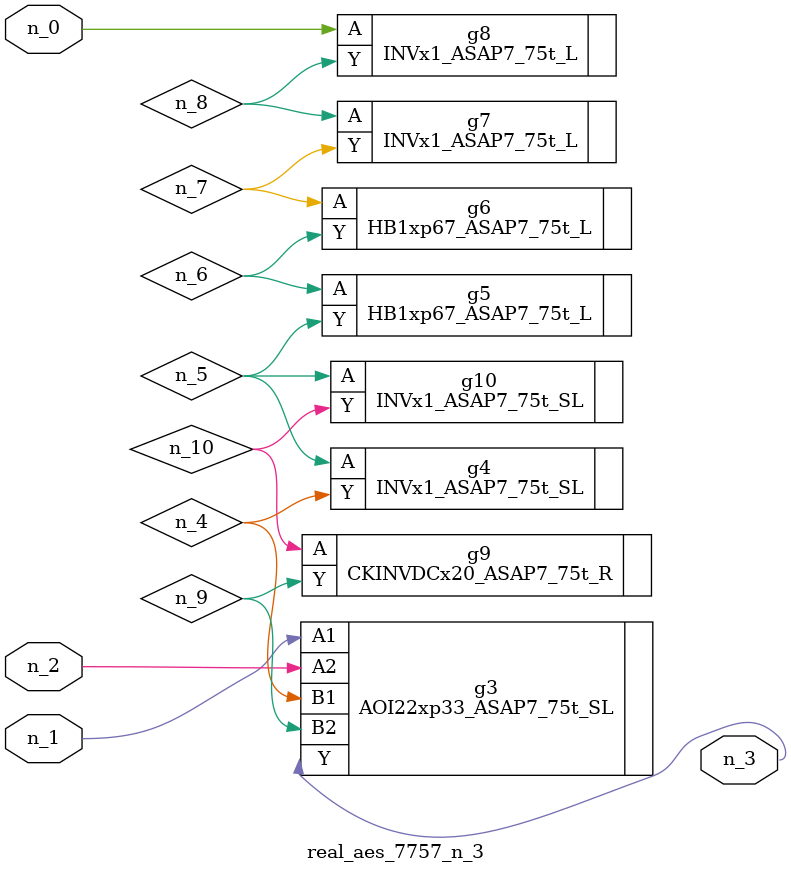
<source format=v>
module real_aes_7757_n_3 (n_0, n_2, n_1, n_3);
input n_0;
input n_2;
input n_1;
output n_3;
wire n_4;
wire n_5;
wire n_7;
wire n_9;
wire n_6;
wire n_8;
wire n_10;
INVx1_ASAP7_75t_L g8 ( .A(n_0), .Y(n_8) );
AOI22xp33_ASAP7_75t_SL g3 ( .A1(n_1), .A2(n_2), .B1(n_4), .B2(n_9), .Y(n_3) );
INVx1_ASAP7_75t_SL g4 ( .A(n_5), .Y(n_4) );
INVx1_ASAP7_75t_SL g10 ( .A(n_5), .Y(n_10) );
HB1xp67_ASAP7_75t_L g5 ( .A(n_6), .Y(n_5) );
HB1xp67_ASAP7_75t_L g6 ( .A(n_7), .Y(n_6) );
INVx1_ASAP7_75t_L g7 ( .A(n_8), .Y(n_7) );
CKINVDCx20_ASAP7_75t_R g9 ( .A(n_10), .Y(n_9) );
endmodule
</source>
